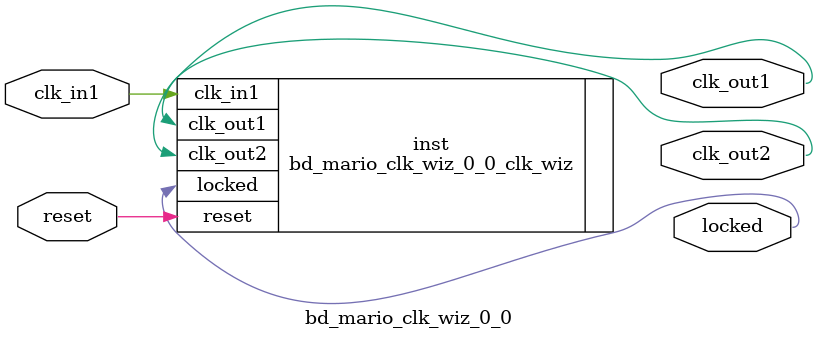
<source format=v>


`timescale 1ps/1ps

(* CORE_GENERATION_INFO = "bd_mario_clk_wiz_0_0,clk_wiz_v6_0_11_0_0,{component_name=bd_mario_clk_wiz_0_0,use_phase_alignment=true,use_min_o_jitter=false,use_max_i_jitter=false,use_dyn_phase_shift=false,use_inclk_switchover=false,use_dyn_reconfig=false,enable_axi=0,feedback_source=FDBK_AUTO,PRIMITIVE=MMCM,num_out_clk=2,clkin1_period=12.000,clkin2_period=10.000,use_power_down=false,use_reset=true,use_locked=true,use_inclk_stopped=false,feedback_type=SINGLE,CLOCK_MGR_TYPE=NA,manual_override=false}" *)

module bd_mario_clk_wiz_0_0 
 (
  // Clock out ports
  output        clk_out1,
  output        clk_out2,
  // Status and control signals
  input         reset,
  output        locked,
 // Clock in ports
  input         clk_in1
 );

  bd_mario_clk_wiz_0_0_clk_wiz inst
  (
  // Clock out ports  
  .clk_out1(clk_out1),
  .clk_out2(clk_out2),
  // Status and control signals               
  .reset(reset), 
  .locked(locked),
 // Clock in ports
  .clk_in1(clk_in1)
  );

endmodule

</source>
